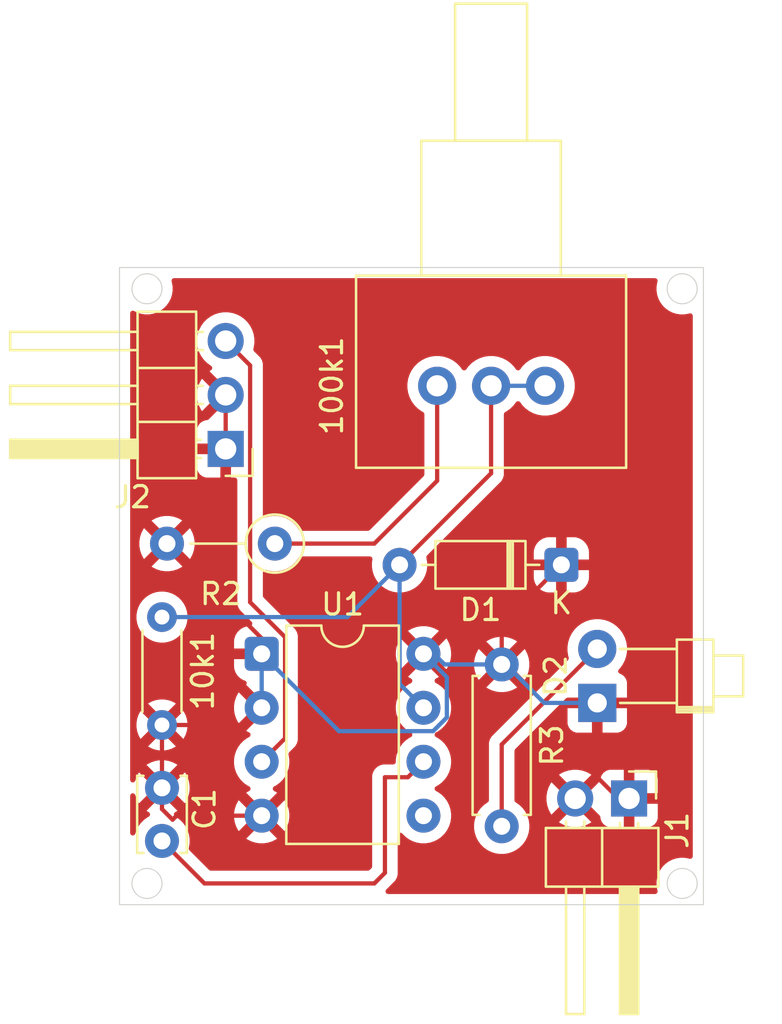
<source format=kicad_pcb>
(kicad_pcb (version 20241229) (generator "pcbnew") (generator_version "9.0")
  (layers (0 "F.Cu" signal) (2 "B.Cu" signal) (13 "F.Paste" user) (15 "B.Paste" user) (5 "F.SilkS" user "F.Silkscreen") (7 "B.SilkS" user "B.Silkscreen") (1 "F.Mask" user) (3 "B.Mask" user) (25 "Edge.Cuts" user))
  (net 0 "")
  (net 1 "Net-(D1-A)")
  (net 2 "GND")
  (net 3 "Net-(100k1-Pad3)")
  (net 4 "Net-(U1-THR)")
  (net 5 "Net-(D2-A)")
  (net 6 "/signal ")
  (footprint "Resistor_THT:R_Axial_DIN0204_L3.6mm_D1.6mm_P5.08mm_Horizontal" (layer "F.Cu") (at 149.5 51.96 -90)
    (property "Reference" "10k1" (at 2.54 -1.92 90) (layer "F.SilkS"))
    (property "Value" "R")
    (fp_line (start 0.62 0.92) (end 4.46 0.92) (stroke (width 0.12)) (layer "F.SilkS"))
    (fp_line (start 0.62 -0.92) (end 4.46 -0.92) (stroke (width 0.12)) (layer "F.SilkS"))
    (pad "1" thru_hole circle (at 0 0 270) (size 1.4 1.4) (drill 0.7) (layers "*.Cu" "*.Mask") (net 1 "Net-(D1-A)"))
    (pad "2" thru_hole circle (at 5.08 0 270) (size 1.4 1.4) (drill 0.7) (layers "*.Cu" "*.Mask") (net 2 "GND"))
  )
  (footprint "Potentiometer_THT:Potentiometer_Vishay_148-149_Single_Horizontal" (layer "F.Cu") (at 167.54 41.07 90)
    (property "Reference" "100k1" (at 0 -10.04 90) (layer "F.SilkS"))
    (property "Value" "R_Potentiometer")
    (fp_line (start 5.19 -8.9) (end 5.19 3.82) (stroke (width 0.12)) (layer "F.SilkS"))
    (fp_line (start -3.86 -8.9) (end 5.19 -8.9) (stroke (width 0.12)) (layer "F.SilkS"))
    (fp_line (start -3.86 -8.9) (end -3.86 3.82) (stroke (width 0.12)) (layer "F.SilkS"))
    (fp_line (start 11.54 -5.825) (end 11.54 0.745) (stroke (width 0.12)) (layer "F.SilkS"))
    (fp_line (start 5.19 -5.825) (end 11.54 -5.825) (stroke (width 0.12)) (layer "F.SilkS"))
    (fp_line (start 5.19 -5.825) (end 5.19 0.745) (stroke (width 0.12)) (layer "F.SilkS"))
    (fp_line (start 17.99 -4.235) (end 17.99 -0.845) (stroke (width 0.12)) (layer "F.SilkS"))
    (fp_line (start 11.54 -4.235) (end 17.99 -4.235) (stroke (width 0.12)) (layer "F.SilkS"))
    (fp_line (start 11.54 -4.235) (end 11.54 -0.845) (stroke (width 0.12)) (layer "F.SilkS"))
    (fp_line (start 11.54 -0.845) (end 17.99 -0.845) (stroke (width 0.12)) (layer "F.SilkS"))
    (fp_line (start 5.19 0.745) (end 11.54 0.745) (stroke (width 0.12)) (layer "F.SilkS"))
    (fp_line (start -3.86 3.82) (end 5.19 3.82) (stroke (width 0.12)) (layer "F.SilkS"))
    (pad "1" thru_hole circle (at 0 0 90) (size 1.8 1.8) (drill 1) (layers "*.Cu" "*.Mask") (net 1 "Net-(D1-A)"))
    (pad "2" thru_hole circle (at 0 -2.54 90) (size 1.8 1.8) (drill 1) (layers "*.Cu" "*.Mask") (net 1 "Net-(D1-A)"))
    (pad "3" thru_hole circle (at 0 -5.08 90) (size 1.8 1.8) (drill 1) (layers "*.Cu" "*.Mask") (net 3 "Net-(100k1-Pad3)"))
  )
  (footprint "Resistor_THT:R_Axial_DIN0207_L6.3mm_D2.5mm_P7.62mm_Horizontal" (layer "F.Cu") (at 165.5 54.19 -90)
    (property "Reference" "R3" (at 3.81 -2.37 90) (layer "F.SilkS"))
    (property "Value" "1k")
    (fp_line (start 0.54 1.37) (end 7.08 1.37) (stroke (width 0.12)) (layer "F.SilkS"))
    (fp_line (start 7.08 1.37) (end 7.08 1.04) (stroke (width 0.12)) (layer "F.SilkS"))
    (fp_line (start 0.54 1.04) (end 0.54 1.37) (stroke (width 0.12)) (layer "F.SilkS"))
    (fp_line (start 0.54 -1.04) (end 0.54 -1.37) (stroke (width 0.12)) (layer "F.SilkS"))
    (fp_line (start 0.54 -1.37) (end 7.08 -1.37) (stroke (width 0.12)) (layer "F.SilkS"))
    (fp_line (start 7.08 -1.37) (end 7.08 -1.04) (stroke (width 0.12)) (layer "F.SilkS"))
    (pad "1" thru_hole circle (at 0 0 270) (size 1.6 1.6) (drill 0.8) (layers "*.Cu" "*.Mask") (net 2 "GND"))
    (pad "2" thru_hole circle (at 7.62 0 270) (size 1.6 1.6) (drill 0.8) (layers "*.Cu" "*.Mask") (net 5 "Net-(D2-A)"))
  )
  (footprint "Connector_PinHeader_2.54mm:PinHeader_1x02_P2.54mm_Horizontal" (layer "F.Cu") (at 171.5 60.5 -90)
    (property "Reference" "J1" (at 1.5 -2.27 90) (layer "F.SilkS"))
    (property "Value" "Conn_01x02_Pin")
    (fp_line (start 1.39 3.92) (end 4.15 3.92) (stroke (width 0.12)) (layer "F.SilkS"))
    (fp_line (start 4.15 3.92) (end 4.15 -1.38) (stroke (width 0.12)) (layer "F.SilkS"))
    (fp_line (start 1.077358 2.97) (end 1.39 2.97) (stroke (width 0.12)) (layer "F.SilkS"))
    (fp_line (start 10.15 2.97) (end 4.15 2.97) (stroke (width 0.12)) (layer "F.SilkS"))
    (fp_line (start 1.077358 2.11) (end 1.39 2.11) (stroke (width 0.12)) (layer "F.SilkS"))
    (fp_line (start 4.15 2.11) (end 10.15 2.11) (stroke (width 0.12)) (layer "F.SilkS"))
    (fp_line (start 10.15 2.11) (end 10.15 2.97) (stroke (width 0.12)) (layer "F.SilkS"))
    (fp_line (start 1.39 1.27) (end 4.15 1.27) (stroke (width 0.12)) (layer "F.SilkS"))
    (fp_line (start 1.16 0.43) (end 1.39 0.43) (stroke (width 0.12)) (layer "F.SilkS"))
    (fp_line (start -1.27 0) (end -1.27 -1.27) (stroke (width 0.12)) (layer "F.SilkS"))
    (fp_line (start 1.16 -0.43) (end 1.39 -0.43) (stroke (width 0.12)) (layer "F.SilkS"))
    (fp_line (start -1.27 -1.27) (end 0 -1.27) (stroke (width 0.12)) (layer "F.SilkS"))
    (fp_line (start 1.39 -1.38) (end 1.39 3.92) (stroke (width 0.12)) (layer "F.SilkS"))
    (fp_line (start 4.15 -1.38) (end 1.39 -1.38) (stroke (width 0.12)) (layer "F.SilkS"))
    (fp_rect (start 4.15 -0.43) (end 10.15 0.43) (stroke (width 0.12)) (fill yes) (layer "F.SilkS"))
    (pad "1" thru_hole rect (at 0 0 270) (size 1.7 1.7) (drill 1) (layers "*.Cu" "*.Mask") (net 2 "GND"))
    (pad "2" thru_hole circle (at 0 2.54 270) (size 1.7 1.7) (drill 1) (layers "*.Cu" "*.Mask") (net 2 "GND"))
  )
  (footprint "Resistor_THT:R_Axial_DIN0207_L6.3mm_D2.5mm_P5.08mm_Vertical" (layer "F.Cu") (at 154.815 48.5 180)
    (property "Reference" "R2" (at 2.54 -2.37 0) (layer "F.SilkS"))
    (property "Value" "1k")
    (fp_line (start 1.37 0) (end 3.98 0) (stroke (width 0.12)) (layer "F.SilkS"))
    (fp_circle (center 0 0) (end 1.37 0) (stroke (width 0.12)) (fill no) (layer "F.SilkS"))
    (pad "1" thru_hole circle (at 0 0 180) (size 1.6 1.6) (drill 0.8) (layers "*.Cu" "*.Mask") (net 3 "Net-(100k1-Pad3)"))
    (pad "2" thru_hole circle (at 5.08 0 180) (size 1.6 1.6) (drill 0.8) (layers "*.Cu" "*.Mask") (net 2 "GND"))
  )
  (footprint "Package_DIP:DIP-8_W7.62mm" (layer "F.Cu") (at 154.195 53.69)
    (property "Reference" "U1" (at 3.81 -2.33 0) (layer "F.SilkS"))
    (property "Value" "NE555P")
    (fp_line (start 1.16 -1.33) (end 1.16 8.95) (stroke (width 0.12)) (layer "F.SilkS"))
    (fp_line (start 1.16 8.95) (end 6.46 8.95) (stroke (width 0.12)) (layer "F.SilkS"))
    (fp_line (start 2.81 -1.33) (end 1.16 -1.33) (stroke (width 0.12)) (layer "F.SilkS"))
    (fp_line (start 6.46 -1.33) (end 4.81 -1.33) (stroke (width 0.12)) (layer "F.SilkS"))
    (fp_line (start 6.46 8.95) (end 6.46 -1.33) (stroke (width 0.12)) (layer "F.SilkS"))
    (fp_arc (start 4.81 -1.33) (mid 3.81 -0.33) (end 2.81 -1.33) (stroke (width 0.12)) (layer "F.SilkS"))
    (pad "1" thru_hole roundrect (at 0 0) (size 1.6 1.6) (drill 0.8) (layers "*.Cu" "*.Mask") (roundrect_rratio 0.15625) (net 2 "GND"))
    (pad "2" thru_hole circle (at 0 2.54) (size 1.6 1.6) (drill 0.8) (layers "*.Cu" "*.Mask") (net 2 "GND"))
    (pad "3" thru_hole circle (at 0 5.08) (size 1.6 1.6) (drill 0.8) (layers "*.Cu" "*.Mask") (net 6 "/signal "))
    (pad "4" thru_hole circle (at 0 7.62) (size 1.6 1.6) (drill 0.8) (layers "*.Cu" "*.Mask") (net 2 "GND"))
    (pad "5" thru_hole circle (at 7.62 7.62) (size 1.6 1.6) (drill 0.8) (layers "*.Cu" "*.Mask"))
    (pad "6" thru_hole circle (at 7.62 5.08) (size 1.6 1.6) (drill 0.8) (layers "*.Cu" "*.Mask") (net 4 "Net-(U1-THR)"))
    (pad "7" thru_hole circle (at 7.62 2.54) (size 1.6 1.6) (drill 0.8) (layers "*.Cu" "*.Mask") (net 1 "Net-(D1-A)"))
    (pad "8" thru_hole circle (at 7.62 0) (size 1.6 1.6) (drill 0.8) (layers "*.Cu" "*.Mask") (net 2 "GND"))
  )
  (footprint "LED_THT:LED_D1.8mm_W1.8mm_H2.4mm_Horizontal_O3.81mm_Z4.9mm" (layer "F.Cu") (at 170 56 90)
    (property "Reference" "D2" (at 1.27 -1.96 90) (layer "F.SilkS"))
    (property "Value" "LED")
    (fp_line (start 2.54 1.08) (end 2.54 1.08) (stroke (width 0.12)) (layer "F.SilkS"))
    (fp_line (start 2.54 1.08) (end 2.54 3.75) (stroke (width 0.12)) (layer "F.SilkS"))
    (fp_line (start 0 1.08) (end 0 1.08) (stroke (width 0.12)) (layer "F.SilkS"))
    (fp_line (start 0 1.08) (end 0 3.75) (stroke (width 0.12)) (layer "F.SilkS"))
    (fp_line (start 2.98 3.75) (end -0.44 3.75) (stroke (width 0.12)) (layer "F.SilkS"))
    (fp_line (start 2.54 3.75) (end 2.54 1.08) (stroke (width 0.12)) (layer "F.SilkS"))
    (fp_line (start 2.54 3.75) (end 2.54 3.75) (stroke (width 0.12)) (layer "F.SilkS"))
    (fp_line (start 0 3.75) (end 0 1.08) (stroke (width 0.12)) (layer "F.SilkS"))
    (fp_line (start 0 3.75) (end 0 3.75) (stroke (width 0.12)) (layer "F.SilkS"))
    (fp_line (start -0.2 3.75) (end -0.2 5.47) (stroke (width 0.12)) (layer "F.SilkS"))
    (fp_line (start -0.32 3.75) (end -0.32 5.47) (stroke (width 0.12)) (layer "F.SilkS"))
    (fp_line (start -0.44 3.75) (end -0.44 5.47) (stroke (width 0.12)) (layer "F.SilkS"))
    (fp_line (start 2.98 5.47) (end 2.98 3.75) (stroke (width 0.12)) (layer "F.SilkS"))
    (fp_line (start 2.23 5.47) (end 0.31 5.47) (stroke (width 0.12)) (layer "F.SilkS"))
    (fp_line (start 0.31 5.47) (end 0.31 6.87) (stroke (width 0.12)) (layer "F.SilkS"))
    (fp_line (start -0.44 5.47) (end 2.98 5.47) (stroke (width 0.12)) (layer "F.SilkS"))
    (fp_line (start 2.23 6.87) (end 2.23 5.47) (stroke (width 0.12)) (layer "F.SilkS"))
    (fp_line (start 0.31 6.87) (end 2.23 6.87) (stroke (width 0.12)) (layer "F.SilkS"))
    (pad "1" thru_hole rect (at 0 0 90) (size 1.8 1.8) (drill 0.9) (layers "*.Cu" "*.Mask") (net 2 "GND"))
    (pad "2" thru_hole circle (at 2.54 0 90) (size 1.8 1.8) (drill 0.9) (layers "*.Cu" "*.Mask") (net 5 "Net-(D2-A)"))
  )
  (footprint "Connector_PinHeader_2.54mm:PinHeader_1x03_P2.54mm_Horizontal" (layer "F.Cu") (at 152.5 44.04 180)
    (property "Reference" "J2" (at 4.385 -2.27 0) (layer "F.SilkS"))
    (property "Value" "Conn_01x03_Pin")
    (fp_line (start 10.15 5.51) (end 4.15 5.51) (stroke (width 0.12)) (layer "F.SilkS"))
    (fp_line (start 10.15 4.65) (end 10.15 5.51) (stroke (width 0.12)) (layer "F.SilkS"))
    (fp_line (start 10.15 2.97) (end 4.15 2.97) (stroke (width 0.12)) (layer "F.SilkS"))
    (fp_line (start 10.15 2.11) (end 10.15 2.97) (stroke (width 0.12)) (layer "F.SilkS"))
    (fp_line (start 4.15 6.46) (end 4.15 -1.38) (stroke (width 0.12)) (layer "F.SilkS"))
    (fp_line (start 4.15 4.65) (end 10.15 4.65) (stroke (width 0.12)) (layer "F.SilkS"))
    (fp_line (start 4.15 2.11) (end 10.15 2.11) (stroke (width 0.12)) (layer "F.SilkS"))
    (fp_line (start 4.15 -1.38) (end 1.39 -1.38) (stroke (width 0.12)) (layer "F.SilkS"))
    (fp_line (start 1.39 6.46) (end 4.15 6.46) (stroke (width 0.12)) (layer "F.SilkS"))
    (fp_line (start 1.39 3.81) (end 4.15 3.81) (stroke (width 0.12)) (layer "F.SilkS"))
    (fp_line (start 1.39 1.27) (end 4.15 1.27) (stroke (width 0.12)) (layer "F.SilkS"))
    (fp_line (start 1.39 -1.38) (end 1.39 6.46) (stroke (width 0.12)) (layer "F.SilkS"))
    (fp_line (start 1.16 0.43) (end 1.39 0.43) (stroke (width 0.12)) (layer "F.SilkS"))
    (fp_line (start 1.16 -0.43) (end 1.39 -0.43) (stroke (width 0.12)) (layer "F.SilkS"))
    (fp_line (start 1.077358 5.51) (end 1.39 5.51) (stroke (width 0.12)) (layer "F.SilkS"))
    (fp_line (start 1.077358 4.65) (end 1.39 4.65) (stroke (width 0.12)) (layer "F.SilkS"))
    (fp_line (start 1.077358 2.97) (end 1.39 2.97) (stroke (width 0.12)) (layer "F.SilkS"))
    (fp_line (start 1.077358 2.11) (end 1.39 2.11) (stroke (width 0.12)) (layer "F.SilkS"))
    (fp_line (start -1.27 0) (end -1.27 -1.27) (stroke (width 0.12)) (layer "F.SilkS"))
    (fp_line (start -1.27 -1.27) (end 0 -1.27) (stroke (width 0.12)) (layer "F.SilkS"))
    (fp_rect (start 4.15 -0.43) (end 10.15 0.43) (stroke (width 0.12)) (fill yes) (layer "F.SilkS"))
    (pad "1" thru_hole rect (at 0 0 180) (size 1.7 1.7) (drill 1) (layers "*.Cu" "*.Mask") (net 2 "GND"))
    (pad "2" thru_hole circle (at 0 2.54 180) (size 1.7 1.7) (drill 1) (layers "*.Cu" "*.Mask") (net 2 "GND"))
    (pad "3" thru_hole circle (at 0 5.08 180) (size 1.7 1.7) (drill 1) (layers "*.Cu" "*.Mask") (net 6 "/signal "))
  )
  (footprint "Capacitor_THT:C_Disc_D3.4mm_W2.1mm_P2.50mm" (layer "F.Cu") (at 149.5 62.5 90)
    (property "Reference" "C1" (at 1.5 2 90) (layer "F.SilkS"))
    (property "Value" ".1uf")
    (fp_line (start 3.07 -1.17) (end 3.07 -0.87) (stroke (width 0.12)) (layer "F.SilkS"))
    (fp_line (start -0.57 -1.17) (end 3.07 -1.17) (stroke (width 0.12)) (layer "F.SilkS"))
    (fp_line (start -0.57 -1.17) (end -0.57 -0.87) (stroke (width 0.12)) (layer "F.SilkS"))
    (fp_line (start 3.07 0.87) (end 3.07 1.17) (stroke (width 0.12)) (layer "F.SilkS"))
    (fp_line (start -0.57 0.87) (end -0.57 1.17) (stroke (width 0.12)) (layer "F.SilkS"))
    (fp_line (start -0.57 1.17) (end 3.07 1.17) (stroke (width 0.12)) (layer "F.SilkS"))
    (pad "1" thru_hole circle (at 0 0 90) (size 1.6 1.6) (drill 0.8) (layers "*.Cu" "*.Mask") (net 4 "Net-(U1-THR)"))
    (pad "2" thru_hole circle (at 2.5 0 90) (size 1.6 1.6) (drill 0.8) (layers "*.Cu" "*.Mask") (net 2 "GND"))
  )
  (footprint "Diode_THT:D_DO-35_SOD27_P7.62mm_Horizontal" (layer "F.Cu") (at 168.31 49.5 180)
    (property "Reference" "D1" (at 3.81 -2.12 0) (layer "F.SilkS"))
    (property "Value" "1N4148")
    (fp_line (start 6.58 0) (end 5.93 0) (stroke (width 0.12)) (layer "F.SilkS"))
    (fp_line (start 2.53 -1.12) (end 2.53 1.12) (stroke (width 0.12)) (layer "F.SilkS"))
    (fp_line (start 2.41 -1.12) (end 2.41 1.12) (stroke (width 0.12)) (layer "F.SilkS"))
    (fp_line (start 2.29 -1.12) (end 2.29 1.12) (stroke (width 0.12)) (layer "F.SilkS"))
    (fp_line (start 1.04 0) (end 1.69 0) (stroke (width 0.12)) (layer "F.SilkS"))
    (fp_rect (start 1.69 -1.12) (end 5.93 1.12) (stroke (width 0.12)) (fill no) (layer "F.SilkS"))
    (fp_text user "K" (at 0 -1.8 0) (layer "F.SilkS"))
    (pad "1" thru_hole roundrect (at 0 0 180) (size 1.6 1.6) (drill 0.8) (layers "*.Cu" "*.Mask") (roundrect_rratio 0.15625) (net 2 "GND"))
    (pad "2" thru_hole circle (at 7.62 0 180) (size 1.6 1.6) (drill 0.8) (layers "*.Cu" "*.Mask") (net 1 "Net-(D1-A)"))
  )
  (gr_circle (center 174 64.5) (end 174.5 64) (stroke (width 0.05)) (fill no) (layer "Edge.Cuts"))
  (gr_circle (center 148.792893 36.5) (end 149.292893 36) (stroke (width 0.05)) (fill no) (layer "Edge.Cuts"))
  (gr_rect (start 147.5 35.5) (end 175 65.5) (stroke (width 0.05)) (fill no) (layer "Edge.Cuts"))
  (gr_circle (center 174 36.5) (end 174.5 36) (stroke (width 0.05)) (fill no) (layer "Edge.Cuts"))
  (gr_circle (center 148.792893 64.5) (end 149.292893 64) (stroke (width 0.05)) (fill no) (layer "Edge.Cuts"))
  (segment (start 165 45.19) (end 160.69 49.5) (width 0.2) (layer "F.Cu") (net 1))
  (segment (start 165 41.07) (end 165 45.19) (width 0.2) (layer "F.Cu") (net 1))
  (segment (start 167.54 41.07) (end 165 41.07) (width 0.2) (layer "B.Cu") (net 1))
  (segment (start 149.5 51.96) (end 158.23 51.96) (width 0.2) (layer "B.Cu") (net 1))
  (segment (start 160.69 49.5) (end 160.69 55.105) (width 0.2) (layer "B.Cu") (net 1))
  (segment (start 160.69 55.105) (end 161.815 56.23) (width 0.2) (layer "B.Cu") (net 1))
  (segment (start 158.23 51.96) (end 160.69 49.5) (width 0.2) (layer "B.Cu") (net 1))
  (segment (start 153.385 57.04) (end 154.195 56.23) (width 0.2) (layer "F.Cu") (net 2))
  (segment (start 149.5 61) (end 150 61.5) (width 0.2) (layer "F.Cu") (net 2))
  (segment (start 169.98 59.48) (end 170 59.46) (width 0.2) (layer "F.Cu") (net 2))
  (segment (start 150.19 61.31) (end 154.195 61.31) (width 0.2) (layer "F.Cu") (net 2))
  (segment (start 149.735 48.5) (end 149.735 48.265) (width 0.2) (layer "F.Cu") (net 2))
  (segment (start 168.96 60.5) (end 169.98 59.48) (width 0.2) (layer "F.Cu") (net 2))
  (segment (start 149.735 48.5) (end 154.195 52.96) (width 0.2) (layer "F.Cu") (net 2))
  (segment (start 149.5 57.04) (end 149.5 60) (width 0.2) (layer "F.Cu") (net 2))
  (segment (start 152.5 45.5) (end 152.5 44.04) (width 0.2) (layer "F.Cu") (net 2))
  (segment (start 165.5 54.19) (end 165.5 52.31) (width 0.2) (layer "F.Cu") (net 2))
  (segment (start 150 61.5) (end 150.19 61.31) (width 0.2) (layer "F.Cu") (net 2))
  (segment (start 149.735 48.265) (end 152.5 45.5) (width 0.2) (layer "F.Cu") (net 2))
  (segment (start 149.5 60) (end 149.5 61) (width 0.2) (layer "F.Cu") (net 2))
  (segment (start 152.5 41.5) (end 152.5 44.04) (width 0.2) (layer "F.Cu") (net 2))
  (segment (start 170 59.46) (end 170 56) (width 0.2) (layer "F.Cu") (net 2))
  (segment (start 154.195 52.96) (end 154.195 53.69) (width 0.2) (layer "F.Cu") (net 2))
  (segment (start 171.5 60.5) (end 171 60.5) (width 0.2) (layer "F.Cu") (net 2))
  (segment (start 171 60.5) (end 169.98 59.48) (width 0.2) (layer "F.Cu") (net 2))
  (segment (start 165.5 52.31) (end 168.31 49.5) (width 0.2) (layer "F.Cu") (net 2))
  (segment (start 149.5 57.04) (end 153.385 57.04) (width 0.2) (layer "F.Cu") (net 2))
  (segment (start 162.81 54.19) (end 165.5 54.19) (width 0.2) (layer "B.Cu") (net 2))
  (segment (start 154.195 53.69) (end 154.195 56.23) (width 0.2) (layer "B.Cu") (net 2))
  (segment (start 162.916 54.791) (end 161.815 53.69) (width 0.2) (layer "B.Cu") (net 2))
  (segment (start 162.916 56.68605) (end 162.916 54.791) (width 0.2) (layer "B.Cu") (net 2))
  (segment (start 167.5 56) (end 170 56) (width 0.2) (layer "B.Cu") (net 2))
  (segment (start 154.195 53.69) (end 157.836 57.331) (width 0.2) (layer "B.Cu") (net 2))
  (segment (start 162.31 53.69) (end 162.81 54.19) (width 0.2) (layer "B.Cu") (net 2))
  (segment (start 157.836 57.331) (end 162.27105 57.331) (width 0.2) (layer "B.Cu") (net 2))
  (segment (start 165.69 54.19) (end 167.5 56) (width 0.2) (layer "B.Cu") (net 2))
  (segment (start 165.5 54.19) (end 165.69 54.19) (width 0.2) (layer "B.Cu") (net 2))
  (segment (start 161.815 53.69) (end 162.31 53.69) (width 0.2) (layer "B.Cu") (net 2))
  (segment (start 162.27105 57.331) (end 162.916 56.68605) (width 0.2) (layer "B.Cu") (net 2))
  (segment (start 159.5 48.5) (end 162.46 45.54) (width 0.2) (layer "F.Cu") (net 3))
  (segment (start 154.815 48.5) (end 159.5 48.5) (width 0.2) (layer "F.Cu") (net 3))
  (segment (start 162.46 45.54) (end 162.46 41.07) (width 0.2) (layer "F.Cu") (net 3))
  (segment (start 160 59.5) (end 161.085 59.5) (width 0.2) (layer "F.Cu") (net 4))
  (segment (start 149.5 62.5) (end 151.5 64.5) (width 0.2) (layer "F.Cu") (net 4))
  (segment (start 160 64) (end 160 59.5) (width 0.2) (layer "F.Cu") (net 4))
  (segment (start 151.5 64.5) (end 159.5 64.5) (width 0.2) (layer "F.Cu") (net 4))
  (segment (start 159.5 64.5) (end 160 64) (width 0.2) (layer "F.Cu") (net 4))
  (segment (start 161.085 59.5) (end 161.815 58.77) (width 0.2) (layer "F.Cu") (net 4))
  (segment (start 165.5 61.81) (end 165.5 57.96) (width 0.2) (layer "F.Cu") (net 5))
  (segment (start 165.5 57.96) (end 170 53.46) (width 0.2) (layer "F.Cu") (net 5))
  (segment (start 155.296 57.669) (end 154.195 58.77) (width 0.2) (layer "F.Cu") (net 6))
  (segment (start 153.651 51.25984) (end 155.296 52.90484) (width 0.2) (layer "F.Cu") (net 6))
  (segment (start 152.5 38.96) (end 153.651 40.111) (width 0.2) (layer "F.Cu") (net 6))
  (segment (start 155.296 52.90484) (end 155.296 57.669) (width 0.2) (layer "F.Cu") (net 6))
  (segment (start 153.651 40.111) (end 153.651 51.25984) (width 0.2) (layer "F.Cu") (net 6))
  (zone (net 2) (net_name "GND") (layer "F.Cu") (connect_pads (clearance 0.5)) (min_thickness 0.25) (fill yes (thermal_gap 0.5) (thermal_bridge_width 0.5))
    (polygon (pts (xy 146 33.5) (xy 177 33.5) (xy 177 66.5) (xy 174.5 69) (xy 149 69) (xy 145.5 65.5) (xy 145.5 34)))
  )
)
</source>
